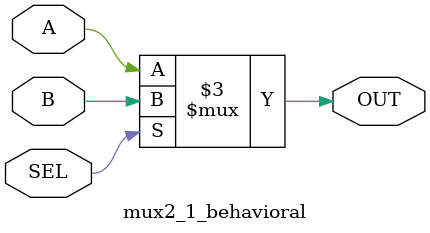
<source format=v>
`timescale 1ns / 1ps

module mux2_1_behavioral(
    input A,
    input B,
    input SEL,
    output reg OUT
    );

	always @(*) begin
		OUT = (SEL==0) ? A : B;
	end

endmodule

</source>
